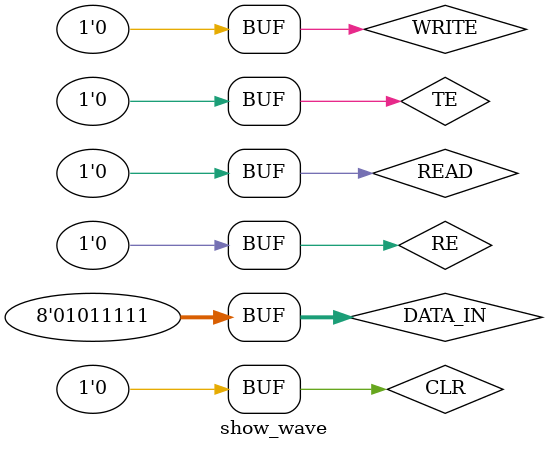
<source format=v>
/*
Module name: Only using for show wave
Author: Nguyen Thanh Phu
*/
`timescale 1ns/1ns
`include "sender_receiver.v"
`include "clk_generator.v"

module show_wave;
    reg[7:0] DATA_IN;
    reg CLR = 0;
    reg WRITE = 0;
    reg READ = 0;
    reg TE = 0;
    reg RE = 0;
    wire MOSI;
    wire MISO;
    wire S_FULL_STATE;
    wire S_EMPTY_STATE;
    wire R_FULL_STATE;
    wire R_EMPTY_STATE;
    wire clk_out;
    wire [7:0] DATA_OUT;

    clk_gen clk_gen_ins(.clk(clk_out));

    sender sender_test(
        .DATA(DATA_IN), 
        .CLR(CLR),
        .WRITE(WRITE),
        .TE(TE),
        .CLK(clk_out),
        .MOSI(MOSI), 
        .FULL_STATE(S_FULL_STATE), 
        .EMPTY_STATE(S_EMPTY_STATE)
    );
    receiver receiver_test(
        .CLR(CLR),
        .READ(READ),
        .RE(RE),
        .MISO(MISO),
        .CLK(clk_out),
        .DATA(DATA_OUT),
        .FULL_STATE(R_FULL_STATE), 
        .EMPTY_STATE(R_EMPTY_STATE)
    );

    assign MISO = MOSI;

initial begin
    $dumpfile("show_wave.vcd"); 
    $dumpvars(0, show_wave);

    //---------------- Trạng thái ban đầu
    DATA_IN = 8'b0100_0011;
    #20;
    //---------------- Nhấn CLR
    CLR = 0;
    CLR = 1 ; #10;
    CLR = 0;
    //---------------- Ghi dữ liệu lên thanh ghi
    WRITE = 1;
    #10;
    WRITE = 0;
    //---------------- Rỗi, k ghi, k truyền
    #20
    DATA_IN = 8'b0101_1111;
    WRITE = 1;
    #10;
    WRITE = 0;
    #20;
    //---------------- Truyền dữ liệu
    TE = 1; RE = 1;
    #80;

    #30;
    TE = 0; RE = 0;
    //---------------- Rỗi
    #30;
    //---------------- Đọc dữ liệu từ receiver
    READ = 1;
    #20;
    READ = 0;
    //---------------- xoá thanh ghi hai bên
    CLR = 1;
    #10;
    CLR = 0;
    //---------------- Ghi dữ liệu chuẩn bị gởi
    WRITE = 1;
    #7;
    WRITE = 0;
    //---------------- Gởi dữ liệu, nhưng bên nhận chưa k chấp nhận
    TE = 1; RE = 0;
    #80;

    #30;
    TE = 0; RE = 0;
    //---------------- Thử đọc dữ liệu
    READ = 1;
    #20;
    READ = 0;
    //----------------
    $display("Test completed!");
end
endmodule

/*
iverilog -o show_wave.vvp show_wave.v; vvp show_wave.vvp; gtkwave show_wave.vcd
*/
</source>
